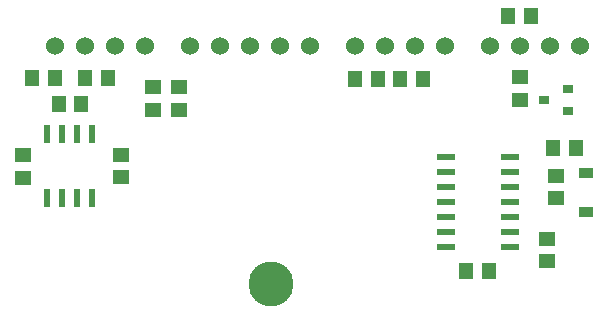
<source format=gbr>
G04 #@! TF.GenerationSoftware,KiCad,Pcbnew,(5.0.0-rc2-dev-586-g888c43477)*
G04 #@! TF.CreationDate,2018-06-03T15:17:15-03:00*
G04 #@! TF.ProjectId,Signal,5369676E616C2E6B696361645F706362,rev?*
G04 #@! TF.SameCoordinates,Original*
G04 #@! TF.FileFunction,Soldermask,Bot*
G04 #@! TF.FilePolarity,Negative*
%FSLAX46Y46*%
G04 Gerber Fmt 4.6, Leading zero omitted, Abs format (unit mm)*
G04 Created by KiCad (PCBNEW (5.0.0-rc2-dev-586-g888c43477)) date 06/03/18 15:17:15*
%MOMM*%
%LPD*%
G01*
G04 APERTURE LIST*
%ADD10C,3.800000*%
%ADD11R,1.295000X1.400000*%
%ADD12R,1.400000X1.295000*%
%ADD13R,0.600000X1.550000*%
%ADD14R,0.900000X0.800000*%
%ADD15C,1.524000*%
%ADD16R,1.200000X0.900000*%
%ADD17R,1.500000X0.600000*%
G04 APERTURE END LIST*
D10*
X48006000Y-40482000D03*
D11*
X31967500Y-25250000D03*
X30032500Y-25250000D03*
X29717500Y-23000000D03*
X27782500Y-23000000D03*
X32282500Y-23000000D03*
X34217500Y-23000000D03*
D12*
X35306000Y-31447500D03*
X35306000Y-29512500D03*
X38000000Y-23782500D03*
X38000000Y-25717500D03*
D13*
X29083000Y-27780000D03*
X30353000Y-27780000D03*
X31623000Y-27780000D03*
X32893000Y-27780000D03*
X32893000Y-33180000D03*
X31623000Y-33180000D03*
X30353000Y-33180000D03*
X29083000Y-33180000D03*
D12*
X40250000Y-25717500D03*
X40250000Y-23782500D03*
X27000000Y-31467500D03*
X27000000Y-29532500D03*
D14*
X73136000Y-23942000D03*
X73136000Y-25842000D03*
X71136000Y-24892000D03*
D15*
X71628000Y-20320000D03*
X69088000Y-20320000D03*
X66548000Y-20320000D03*
X62738000Y-20320000D03*
X60198000Y-20320000D03*
X57658000Y-20320000D03*
X55118000Y-20320000D03*
X51308000Y-20320000D03*
X48768000Y-20320000D03*
X46228000Y-20320000D03*
X43688000Y-20320000D03*
X41148000Y-20320000D03*
X37338000Y-20320000D03*
X34798000Y-20320000D03*
X32258000Y-20320000D03*
X29718000Y-20320000D03*
X74168000Y-20320000D03*
D12*
X72136000Y-33225500D03*
X72136000Y-31290500D03*
D11*
X64564500Y-39370000D03*
X66499500Y-39370000D03*
D16*
X74676000Y-31116000D03*
X74676000Y-34416000D03*
D12*
X71374000Y-36624500D03*
X71374000Y-38559500D03*
D11*
X68120500Y-17780000D03*
X70055500Y-17780000D03*
X71930500Y-28956000D03*
X73865500Y-28956000D03*
D12*
X69088000Y-24892000D03*
X69088000Y-22957000D03*
D11*
X58976500Y-23114000D03*
X60911500Y-23114000D03*
X57101500Y-23114000D03*
X55166500Y-23114000D03*
D17*
X62832000Y-37338000D03*
X62832000Y-36068000D03*
X62832000Y-34798000D03*
X62832000Y-33528000D03*
X62832000Y-32258000D03*
X62832000Y-30988000D03*
X62832000Y-29718000D03*
X68232000Y-29718000D03*
X68232000Y-30988000D03*
X68232000Y-32258000D03*
X68232000Y-33528000D03*
X68232000Y-34798000D03*
X68232000Y-36068000D03*
X68232000Y-37338000D03*
M02*

</source>
